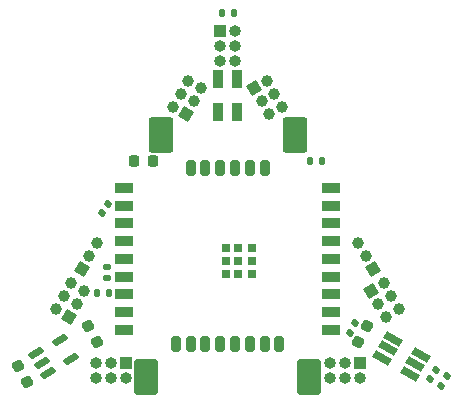
<source format=gbr>
%TF.GenerationSoftware,KiCad,Pcbnew,7.0.0-da2b9df05c~163~ubuntu22.04.1*%
%TF.CreationDate,2023-02-23T14:23:22+03:00*%
%TF.ProjectId,freeeeg16-alpha,66726565-6565-4673-9136-2d616c706861,rev?*%
%TF.SameCoordinates,Original*%
%TF.FileFunction,Soldermask,Top*%
%TF.FilePolarity,Negative*%
%FSLAX46Y46*%
G04 Gerber Fmt 4.6, Leading zero omitted, Abs format (unit mm)*
G04 Created by KiCad (PCBNEW 7.0.0-da2b9df05c~163~ubuntu22.04.1) date 2023-02-23 14:23:22*
%MOMM*%
%LPD*%
G01*
G04 APERTURE LIST*
G04 Aperture macros list*
%AMRoundRect*
0 Rectangle with rounded corners*
0 $1 Rounding radius*
0 $2 $3 $4 $5 $6 $7 $8 $9 X,Y pos of 4 corners*
0 Add a 4 corners polygon primitive as box body*
4,1,4,$2,$3,$4,$5,$6,$7,$8,$9,$2,$3,0*
0 Add four circle primitives for the rounded corners*
1,1,$1+$1,$2,$3*
1,1,$1+$1,$4,$5*
1,1,$1+$1,$6,$7*
1,1,$1+$1,$8,$9*
0 Add four rect primitives between the rounded corners*
20,1,$1+$1,$2,$3,$4,$5,0*
20,1,$1+$1,$4,$5,$6,$7,0*
20,1,$1+$1,$6,$7,$8,$9,0*
20,1,$1+$1,$8,$9,$2,$3,0*%
%AMHorizOval*
0 Thick line with rounded ends*
0 $1 width*
0 $2 $3 position (X,Y) of the first rounded end (center of the circle)*
0 $4 $5 position (X,Y) of the second rounded end (center of the circle)*
0 Add line between two ends*
20,1,$1,$2,$3,$4,$5,0*
0 Add two circle primitives to create the rounded ends*
1,1,$1,$2,$3*
1,1,$1,$4,$5*%
%AMRotRect*
0 Rectangle, with rotation*
0 The origin of the aperture is its center*
0 $1 length*
0 $2 width*
0 $3 Rotation angle, in degrees counterclockwise*
0 Add horizontal line*
21,1,$1,$2,0,0,$3*%
G04 Aperture macros list end*
%ADD10RoundRect,0.225000X-0.329006X0.069856X-0.104006X-0.319856X0.329006X-0.069856X0.104006X0.319856X0*%
%ADD11RotRect,1.560000X0.650000X150.000000*%
%ADD12RoundRect,0.225000X0.104006X-0.319856X0.329006X0.069856X-0.104006X0.319856X-0.329006X-0.069856X0*%
%ADD13RoundRect,0.140000X0.170000X-0.140000X0.170000X0.140000X-0.170000X0.140000X-0.170000X-0.140000X0*%
%ADD14RoundRect,0.140000X-0.077224X0.206244X-0.217224X-0.036244X0.077224X-0.206244X0.217224X0.036244X0*%
%ADD15R,1.000000X1.000000*%
%ADD16O,1.000000X1.000000*%
%ADD17RoundRect,0.135000X0.135000X0.185000X-0.135000X0.185000X-0.135000X-0.185000X0.135000X-0.185000X0*%
%ADD18RoundRect,0.150000X-0.368838X-0.386154X0.518838X0.126346X0.368838X0.386154X-0.518838X-0.126346X0*%
%ADD19RoundRect,0.225000X-0.225000X-0.250000X0.225000X-0.250000X0.225000X0.250000X-0.225000X0.250000X0*%
%ADD20RoundRect,0.140000X0.077224X-0.206244X0.217224X0.036244X-0.077224X0.206244X-0.217224X-0.036244X0*%
%ADD21RoundRect,0.200000X-0.200000X-0.450000X0.200000X-0.450000X0.200000X0.450000X-0.200000X0.450000X0*%
%ADD22RoundRect,0.241072X-0.771428X-1.258928X0.771428X-1.258928X0.771428X1.258928X-0.771428X1.258928X0*%
%ADD23RoundRect,0.200000X0.200000X0.450000X-0.200000X0.450000X-0.200000X-0.450000X0.200000X-0.450000X0*%
%ADD24RoundRect,0.250001X0.799999X1.249999X-0.799999X1.249999X-0.799999X-1.249999X0.799999X-1.249999X0*%
%ADD25RotRect,1.000000X1.000000X210.000000*%
%ADD26HorizOval,1.000000X0.000000X0.000000X0.000000X0.000000X0*%
%ADD27RoundRect,0.135000X-0.135000X-0.185000X0.135000X-0.185000X0.135000X0.185000X-0.135000X0.185000X0*%
%ADD28R,0.875000X1.625000*%
%ADD29R,1.500000X0.900000*%
%ADD30R,0.700000X0.700000*%
%ADD31RotRect,1.000000X1.000000X150.000000*%
%ADD32HorizOval,1.000000X0.000000X0.000000X0.000000X0.000000X0*%
%ADD33RotRect,1.000000X1.000000X330.000000*%
%ADD34HorizOval,1.000000X0.000000X0.000000X0.000000X0.000000X0*%
G04 APERTURE END LIST*
D10*
%TO.C,C14*%
X-17786500Y-9361830D03*
X-17011500Y-10704170D03*
%TD*%
%TO.C,C15*%
X-11817500Y-5932830D03*
X-11042500Y-7275170D03*
%TD*%
D11*
%TO.C,U13*%
X15426133Y-10006723D03*
X15901133Y-9183999D03*
X16376133Y-8361275D03*
X14037865Y-7011275D03*
X13562865Y-7833999D03*
X13087865Y-8656723D03*
%TD*%
D12*
%TO.C,C29*%
X11042500Y-7275170D03*
X11817500Y-5932830D03*
%TD*%
D13*
%TO.C,C39*%
X-10210800Y-1902400D03*
X-10210800Y-942400D03*
%TD*%
D14*
%TO.C,C26*%
X18553400Y-10150708D03*
X18073400Y-10982092D03*
%TD*%
%TO.C,C38*%
X-10123200Y4428892D03*
X-10603200Y3597508D03*
%TD*%
D15*
%TO.C,J1*%
X-624999Y19054999D03*
D16*
X644999Y19054999D03*
X-624999Y17784999D03*
X644999Y17784999D03*
X-624999Y16514999D03*
X644999Y16514999D03*
%TD*%
D17*
%TO.C,R9*%
X8003000Y8001000D03*
X6983000Y8001000D03*
%TD*%
D18*
%TO.C,U5*%
X-16192104Y-8255026D03*
X-15717104Y-9077750D03*
X-15242104Y-9900474D03*
X-13271896Y-8762974D03*
X-14221896Y-7117526D03*
%TD*%
D19*
%TO.C,C37*%
X-7887000Y8001000D03*
X-6337000Y8001000D03*
%TD*%
D17*
%TO.C,R7*%
X-10033000Y-3175000D03*
X-11053000Y-3175000D03*
%TD*%
D20*
%TO.C,C28*%
X10326400Y-6486292D03*
X10806400Y-5654908D03*
%TD*%
D21*
%TO.C,J5*%
X-4375000Y-7471000D03*
X-3125000Y-7471000D03*
X-1875000Y-7471000D03*
X-625000Y-7471000D03*
X625000Y-7471000D03*
X1875000Y-7471000D03*
X3125000Y-7471000D03*
X4375000Y-7471000D03*
D22*
X-6887500Y-10221000D03*
X6887500Y-10221000D03*
%TD*%
D23*
%TO.C,J6*%
X3125000Y7471000D03*
X1875000Y7471000D03*
X625000Y7471000D03*
X-625000Y7471000D03*
X-1875000Y7471000D03*
X-3125000Y7471000D03*
D24*
X5675000Y10221000D03*
X-5675000Y10221000D03*
%TD*%
D25*
%TO.C,J3*%
X12344399Y-1099851D03*
D26*
X11709399Y0D03*
X11074399Y1099852D03*
%TD*%
D14*
%TO.C,C27*%
X17639000Y-9617308D03*
X17159000Y-10448692D03*
%TD*%
D27*
%TO.C,R1*%
X-492000Y20574000D03*
X528000Y20574000D03*
%TD*%
D28*
%TO.C,U2*%
X-787499Y14976499D03*
X-787499Y12201499D03*
X787499Y12201499D03*
X787499Y14976499D03*
%TD*%
D29*
%TO.C,U9*%
X-8749999Y5749999D03*
X-8749999Y4249999D03*
X-8749999Y2749999D03*
X-8749999Y1249999D03*
X-8749999Y-249999D03*
X-8749999Y-1749999D03*
X-8749999Y-3249999D03*
X-8749999Y-4749999D03*
X-8749999Y-6249999D03*
X8749999Y-6249999D03*
X8749999Y-4749999D03*
X8749999Y-3249999D03*
X8749999Y-1749999D03*
X8749999Y-249999D03*
X8749999Y1249999D03*
X8749999Y2749999D03*
X8749999Y4249999D03*
X8749999Y5749999D03*
D30*
X-139999Y649999D03*
X-139999Y-449999D03*
X-139999Y-1549999D03*
X909999Y649999D03*
X909999Y-449999D03*
X909999Y-1549999D03*
X2059999Y649999D03*
X2059999Y-449999D03*
X2059999Y-1549999D03*
%TD*%
D31*
%TO.C,J2*%
X-12346899Y-1104182D03*
D32*
X-11711899Y-4330D03*
X-11076899Y1095521D03*
%TD*%
D15*
%TO.C,J29*%
X11167947Y-9026999D03*
D16*
X11167947Y-10296999D03*
X9897947Y-9026999D03*
X9897947Y-10296999D03*
X8627947Y-9026999D03*
X8627947Y-10296999D03*
%TD*%
D15*
%TO.C,J28*%
X-8630999Y-9026999D03*
D16*
X-8630999Y-10296999D03*
X-9900999Y-9026999D03*
X-9900999Y-10296999D03*
X-11170999Y-9026999D03*
X-11170999Y-10296999D03*
%TD*%
D25*
%TO.C,J31*%
X12133110Y-2961164D03*
D26*
X13232962Y-2326164D03*
X12768110Y-4061016D03*
X13867962Y-3426016D03*
X13403110Y-5160869D03*
X14502962Y-4525869D03*
%TD*%
D33*
%TO.C,J32*%
X-3502111Y11988166D03*
D34*
X-4601963Y12623166D03*
X-2867111Y13088018D03*
X-3966963Y13723018D03*
X-2232111Y14187871D03*
X-3331963Y14822871D03*
%TD*%
D25*
%TO.C,J33*%
X2233636Y14185226D03*
D26*
X3333488Y14820226D03*
X2868636Y13085374D03*
X3968488Y13720374D03*
X3503636Y11985521D03*
X4603488Y12620521D03*
%TD*%
D33*
%TO.C,J30*%
X-13401585Y-5158224D03*
D34*
X-14501437Y-4523224D03*
X-12766585Y-4058372D03*
X-13866437Y-3423372D03*
X-12131585Y-2958519D03*
X-13231437Y-2323519D03*
%TD*%
M02*

</source>
